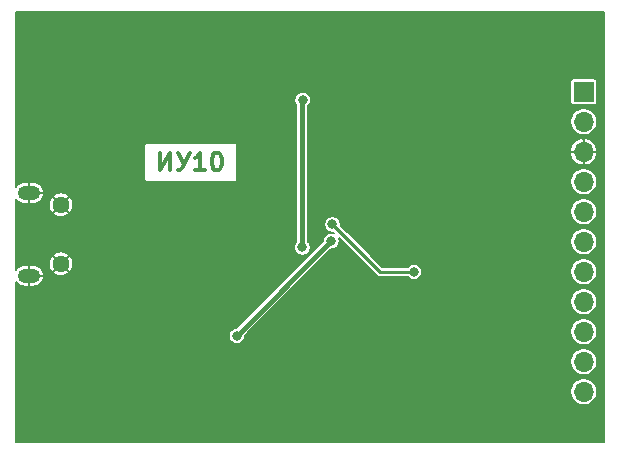
<source format=gbr>
%TF.GenerationSoftware,KiCad,Pcbnew,(5.1.8)-1*%
%TF.CreationDate,2020-12-04T21:04:29+03:00*%
%TF.ProjectId,InterfaceG850,496e7465-7266-4616-9365-473835302e6b,rev?*%
%TF.SameCoordinates,Original*%
%TF.FileFunction,Copper,L2,Bot*%
%TF.FilePolarity,Positive*%
%FSLAX46Y46*%
G04 Gerber Fmt 4.6, Leading zero omitted, Abs format (unit mm)*
G04 Created by KiCad (PCBNEW (5.1.8)-1) date 2020-12-04 21:04:29*
%MOMM*%
%LPD*%
G01*
G04 APERTURE LIST*
%TA.AperFunction,NonConductor*%
%ADD10C,0.300000*%
%TD*%
%TA.AperFunction,ComponentPad*%
%ADD11O,1.700000X1.700000*%
%TD*%
%TA.AperFunction,ComponentPad*%
%ADD12R,1.700000X1.700000*%
%TD*%
%TA.AperFunction,ComponentPad*%
%ADD13O,1.900000X1.200000*%
%TD*%
%TA.AperFunction,ComponentPad*%
%ADD14C,1.450000*%
%TD*%
%TA.AperFunction,ViaPad*%
%ADD15C,0.600000*%
%TD*%
%TA.AperFunction,ViaPad*%
%ADD16C,0.800000*%
%TD*%
%TA.AperFunction,Conductor*%
%ADD17C,0.400000*%
%TD*%
%TA.AperFunction,Conductor*%
%ADD18C,0.250000*%
%TD*%
%TA.AperFunction,Conductor*%
%ADD19C,0.200000*%
%TD*%
%TA.AperFunction,Conductor*%
%ADD20C,0.100000*%
%TD*%
G04 APERTURE END LIST*
D10*
X116549491Y-68647571D02*
X116549491Y-70147571D01*
X117406634Y-68647571D01*
X117406634Y-70147571D01*
X118049491Y-68647571D02*
X118549491Y-69647571D01*
X119049491Y-68647571D02*
X118406634Y-69933285D01*
X118263777Y-70076142D01*
X118120920Y-70147571D01*
X118049491Y-70147571D01*
X120335205Y-70147571D02*
X119478062Y-70147571D01*
X119906634Y-70147571D02*
X119906634Y-68647571D01*
X119763777Y-68861857D01*
X119620920Y-69004714D01*
X119478062Y-69076142D01*
X121263777Y-68647571D02*
X121406634Y-68647571D01*
X121549491Y-68719000D01*
X121620920Y-68790428D01*
X121692348Y-68933285D01*
X121763777Y-69219000D01*
X121763777Y-69576142D01*
X121692348Y-69861857D01*
X121620920Y-70004714D01*
X121549491Y-70076142D01*
X121406634Y-70147571D01*
X121263777Y-70147571D01*
X121120920Y-70076142D01*
X121049491Y-70004714D01*
X120978062Y-69861857D01*
X120906634Y-69576142D01*
X120906634Y-69219000D01*
X120978062Y-68933285D01*
X121049491Y-68790428D01*
X121120920Y-68719000D01*
X121263777Y-68647571D01*
D11*
%TO.P,J2,11*%
%TO.N,Net-(J2-Pad11)*%
X152400000Y-88900000D03*
%TO.P,J2,10*%
%TO.N,Net-(J2-Pad10)*%
X152400000Y-86360000D03*
%TO.P,J2,9*%
%TO.N,CTSCalc*%
X152400000Y-83820000D03*
%TO.P,J2,8*%
%TO.N,Net-(J2-Pad8)*%
X152400000Y-81280000D03*
%TO.P,J2,7*%
%TO.N,TXDCalc*%
X152400000Y-78740000D03*
%TO.P,J2,6*%
%TO.N,RXDCalc*%
X152400000Y-76200000D03*
%TO.P,J2,5*%
%TO.N,Net-(J2-Pad5)*%
X152400000Y-73660000D03*
%TO.P,J2,4*%
%TO.N,RTSCalc*%
X152400000Y-71120000D03*
%TO.P,J2,3*%
%TO.N,GND*%
X152400000Y-68580000D03*
%TO.P,J2,2*%
%TO.N,VCCCalc*%
X152400000Y-66040000D03*
D12*
%TO.P,J2,1*%
%TO.N,Net-(J2-Pad1)*%
X152400000Y-63500000D03*
%TD*%
D13*
%TO.P,J1,6*%
%TO.N,GND*%
X105442500Y-79062460D03*
X105442500Y-72062460D03*
D14*
X108142500Y-78062460D03*
X108142500Y-73062460D03*
%TD*%
D15*
%TO.N,GND*%
X111348520Y-73380600D03*
X112542320Y-73355200D03*
X113837720Y-73329800D03*
X110662720Y-75514200D03*
X112389920Y-75539600D03*
X113710720Y-75565000D03*
X115564920Y-72313800D03*
X117749320Y-72313800D03*
X115514120Y-78206600D03*
X117800120Y-78308200D03*
X119476520Y-76784200D03*
X121635520Y-76784200D03*
X119451120Y-73406000D03*
X121635520Y-73380600D03*
X123845320Y-74244200D03*
X124937520Y-75844400D03*
X123388120Y-78206600D03*
X119882920Y-84124800D03*
X125369320Y-83591400D03*
X126563120Y-87452200D03*
X130296920Y-87426800D03*
X134056120Y-87274400D03*
X125420120Y-89814400D03*
X133141720Y-81051400D03*
X139085320Y-80670400D03*
X143555720Y-82016600D03*
X149397720Y-81915000D03*
X149753320Y-77673200D03*
X143657320Y-77647800D03*
X137561320Y-75946000D03*
X137434320Y-70637400D03*
X143530320Y-73507600D03*
X149219920Y-72720200D03*
X139974320Y-67665600D03*
X144089120Y-68122800D03*
X148102320Y-67894200D03*
X130947160Y-65986660D03*
X133040120Y-69672200D03*
X125674120Y-68173600D03*
X132717540Y-65973960D03*
X134414260Y-66029840D03*
X135580120Y-66042540D03*
X138049000Y-66735960D03*
X105150920Y-57023000D03*
X107690920Y-57023000D03*
X110230920Y-57023000D03*
X112770920Y-57023000D03*
X115310920Y-57023000D03*
X117850920Y-57023000D03*
X120390920Y-57023000D03*
X122930920Y-57023000D03*
X125470920Y-57023000D03*
X128010920Y-57023000D03*
X130550920Y-57023000D03*
X133090920Y-57023000D03*
X135630920Y-57023000D03*
X143250920Y-57023000D03*
X145790920Y-57023000D03*
X148330920Y-57023000D03*
X150870920Y-57023000D03*
X153410920Y-57023000D03*
X153410920Y-59563000D03*
X105150920Y-59563000D03*
X105150920Y-62103000D03*
X105150920Y-64643000D03*
X105150920Y-67183000D03*
X105150920Y-69723000D03*
X105150920Y-82423000D03*
X105150920Y-84963000D03*
X105150920Y-87503000D03*
X105150920Y-90043000D03*
X105150920Y-92583000D03*
X107690920Y-92583000D03*
X110230920Y-92583000D03*
X112770920Y-92583000D03*
X115310920Y-92583000D03*
X117850920Y-92583000D03*
X120390920Y-92583000D03*
X122930920Y-92583000D03*
X125470920Y-92583000D03*
X128010920Y-92583000D03*
X130550920Y-92583000D03*
X133090920Y-92583000D03*
X135630920Y-92583000D03*
X138170920Y-92583000D03*
X140710920Y-92583000D03*
X143250920Y-92583000D03*
X145790920Y-92583000D03*
X148330920Y-92583000D03*
X150870920Y-92583000D03*
X153410920Y-92583000D03*
D16*
%TO.N,+5V*%
X128572260Y-76674980D03*
X128603920Y-64204940D03*
%TO.N,VCCIO*%
X131028440Y-76136500D03*
X123029980Y-84178140D03*
%TO.N,Net-(R2-Pad2)*%
X131132580Y-74729340D03*
X138031220Y-78750160D03*
%TD*%
D17*
%TO.N,+5V*%
X128572260Y-76674980D02*
X128572260Y-64236600D01*
X128572260Y-64236600D02*
X128603920Y-64204940D01*
%TO.N,VCCIO*%
X123029980Y-84134960D02*
X123029980Y-84178140D01*
X131028440Y-76136500D02*
X123029980Y-84134960D01*
D18*
%TO.N,Net-(R2-Pad2)*%
X135153400Y-78750160D02*
X138031220Y-78750160D01*
X131132580Y-74729340D02*
X135153400Y-78750160D01*
%TD*%
D19*
%TO.N,GND*%
X154101920Y-93147000D02*
X104332920Y-93147000D01*
X104332920Y-88786735D01*
X151250000Y-88786735D01*
X151250000Y-89013265D01*
X151294194Y-89235443D01*
X151380884Y-89444729D01*
X151506737Y-89633082D01*
X151666918Y-89793263D01*
X151855271Y-89919116D01*
X152064557Y-90005806D01*
X152286735Y-90050000D01*
X152513265Y-90050000D01*
X152735443Y-90005806D01*
X152944729Y-89919116D01*
X153133082Y-89793263D01*
X153293263Y-89633082D01*
X153419116Y-89444729D01*
X153505806Y-89235443D01*
X153550000Y-89013265D01*
X153550000Y-88786735D01*
X153505806Y-88564557D01*
X153419116Y-88355271D01*
X153293263Y-88166918D01*
X153133082Y-88006737D01*
X152944729Y-87880884D01*
X152735443Y-87794194D01*
X152513265Y-87750000D01*
X152286735Y-87750000D01*
X152064557Y-87794194D01*
X151855271Y-87880884D01*
X151666918Y-88006737D01*
X151506737Y-88166918D01*
X151380884Y-88355271D01*
X151294194Y-88564557D01*
X151250000Y-88786735D01*
X104332920Y-88786735D01*
X104332920Y-86246735D01*
X151250000Y-86246735D01*
X151250000Y-86473265D01*
X151294194Y-86695443D01*
X151380884Y-86904729D01*
X151506737Y-87093082D01*
X151666918Y-87253263D01*
X151855271Y-87379116D01*
X152064557Y-87465806D01*
X152286735Y-87510000D01*
X152513265Y-87510000D01*
X152735443Y-87465806D01*
X152944729Y-87379116D01*
X153133082Y-87253263D01*
X153293263Y-87093082D01*
X153419116Y-86904729D01*
X153505806Y-86695443D01*
X153550000Y-86473265D01*
X153550000Y-86246735D01*
X153505806Y-86024557D01*
X153419116Y-85815271D01*
X153293263Y-85626918D01*
X153133082Y-85466737D01*
X152944729Y-85340884D01*
X152735443Y-85254194D01*
X152513265Y-85210000D01*
X152286735Y-85210000D01*
X152064557Y-85254194D01*
X151855271Y-85340884D01*
X151666918Y-85466737D01*
X151506737Y-85626918D01*
X151380884Y-85815271D01*
X151294194Y-86024557D01*
X151250000Y-86246735D01*
X104332920Y-86246735D01*
X104332920Y-84109196D01*
X122329980Y-84109196D01*
X122329980Y-84247084D01*
X122356881Y-84382322D01*
X122409648Y-84509714D01*
X122486254Y-84624364D01*
X122583756Y-84721866D01*
X122698406Y-84798472D01*
X122825798Y-84851239D01*
X122961036Y-84878140D01*
X123098924Y-84878140D01*
X123234162Y-84851239D01*
X123361554Y-84798472D01*
X123476204Y-84721866D01*
X123573706Y-84624364D01*
X123650312Y-84509714D01*
X123703079Y-84382322D01*
X123729980Y-84247084D01*
X123729980Y-84142065D01*
X124165310Y-83706735D01*
X151250000Y-83706735D01*
X151250000Y-83933265D01*
X151294194Y-84155443D01*
X151380884Y-84364729D01*
X151506737Y-84553082D01*
X151666918Y-84713263D01*
X151855271Y-84839116D01*
X152064557Y-84925806D01*
X152286735Y-84970000D01*
X152513265Y-84970000D01*
X152735443Y-84925806D01*
X152944729Y-84839116D01*
X153133082Y-84713263D01*
X153293263Y-84553082D01*
X153419116Y-84364729D01*
X153505806Y-84155443D01*
X153550000Y-83933265D01*
X153550000Y-83706735D01*
X153505806Y-83484557D01*
X153419116Y-83275271D01*
X153293263Y-83086918D01*
X153133082Y-82926737D01*
X152944729Y-82800884D01*
X152735443Y-82714194D01*
X152513265Y-82670000D01*
X152286735Y-82670000D01*
X152064557Y-82714194D01*
X151855271Y-82800884D01*
X151666918Y-82926737D01*
X151506737Y-83086918D01*
X151380884Y-83275271D01*
X151294194Y-83484557D01*
X151250000Y-83706735D01*
X124165310Y-83706735D01*
X126705310Y-81166735D01*
X151250000Y-81166735D01*
X151250000Y-81393265D01*
X151294194Y-81615443D01*
X151380884Y-81824729D01*
X151506737Y-82013082D01*
X151666918Y-82173263D01*
X151855271Y-82299116D01*
X152064557Y-82385806D01*
X152286735Y-82430000D01*
X152513265Y-82430000D01*
X152735443Y-82385806D01*
X152944729Y-82299116D01*
X153133082Y-82173263D01*
X153293263Y-82013082D01*
X153419116Y-81824729D01*
X153505806Y-81615443D01*
X153550000Y-81393265D01*
X153550000Y-81166735D01*
X153505806Y-80944557D01*
X153419116Y-80735271D01*
X153293263Y-80546918D01*
X153133082Y-80386737D01*
X152944729Y-80260884D01*
X152735443Y-80174194D01*
X152513265Y-80130000D01*
X152286735Y-80130000D01*
X152064557Y-80174194D01*
X151855271Y-80260884D01*
X151666918Y-80386737D01*
X151506737Y-80546918D01*
X151380884Y-80735271D01*
X151294194Y-80944557D01*
X151250000Y-81166735D01*
X126705310Y-81166735D01*
X131035547Y-76836500D01*
X131097384Y-76836500D01*
X131232622Y-76809599D01*
X131360014Y-76756832D01*
X131474664Y-76680226D01*
X131572166Y-76582724D01*
X131648772Y-76468074D01*
X131701539Y-76340682D01*
X131728440Y-76205444D01*
X131728440Y-76067556D01*
X131701539Y-75932318D01*
X131678220Y-75876020D01*
X134838121Y-79035922D01*
X134851426Y-79052134D01*
X134916140Y-79105244D01*
X134989973Y-79144708D01*
X135045783Y-79161638D01*
X135070085Y-79169010D01*
X135078498Y-79169839D01*
X135132526Y-79175160D01*
X135132532Y-79175160D01*
X135153399Y-79177215D01*
X135174266Y-79175160D01*
X137473313Y-79175160D01*
X137487494Y-79196384D01*
X137584996Y-79293886D01*
X137699646Y-79370492D01*
X137827038Y-79423259D01*
X137962276Y-79450160D01*
X138100164Y-79450160D01*
X138235402Y-79423259D01*
X138362794Y-79370492D01*
X138477444Y-79293886D01*
X138574946Y-79196384D01*
X138651552Y-79081734D01*
X138704319Y-78954342D01*
X138731220Y-78819104D01*
X138731220Y-78681216D01*
X138720383Y-78626735D01*
X151250000Y-78626735D01*
X151250000Y-78853265D01*
X151294194Y-79075443D01*
X151380884Y-79284729D01*
X151506737Y-79473082D01*
X151666918Y-79633263D01*
X151855271Y-79759116D01*
X152064557Y-79845806D01*
X152286735Y-79890000D01*
X152513265Y-79890000D01*
X152735443Y-79845806D01*
X152944729Y-79759116D01*
X153133082Y-79633263D01*
X153293263Y-79473082D01*
X153419116Y-79284729D01*
X153505806Y-79075443D01*
X153550000Y-78853265D01*
X153550000Y-78626735D01*
X153505806Y-78404557D01*
X153419116Y-78195271D01*
X153293263Y-78006918D01*
X153133082Y-77846737D01*
X152944729Y-77720884D01*
X152735443Y-77634194D01*
X152513265Y-77590000D01*
X152286735Y-77590000D01*
X152064557Y-77634194D01*
X151855271Y-77720884D01*
X151666918Y-77846737D01*
X151506737Y-78006918D01*
X151380884Y-78195271D01*
X151294194Y-78404557D01*
X151250000Y-78626735D01*
X138720383Y-78626735D01*
X138704319Y-78545978D01*
X138651552Y-78418586D01*
X138574946Y-78303936D01*
X138477444Y-78206434D01*
X138362794Y-78129828D01*
X138235402Y-78077061D01*
X138100164Y-78050160D01*
X137962276Y-78050160D01*
X137827038Y-78077061D01*
X137699646Y-78129828D01*
X137584996Y-78206434D01*
X137487494Y-78303936D01*
X137473313Y-78325160D01*
X135329441Y-78325160D01*
X133091016Y-76086735D01*
X151250000Y-76086735D01*
X151250000Y-76313265D01*
X151294194Y-76535443D01*
X151380884Y-76744729D01*
X151506737Y-76933082D01*
X151666918Y-77093263D01*
X151855271Y-77219116D01*
X152064557Y-77305806D01*
X152286735Y-77350000D01*
X152513265Y-77350000D01*
X152735443Y-77305806D01*
X152944729Y-77219116D01*
X153133082Y-77093263D01*
X153293263Y-76933082D01*
X153419116Y-76744729D01*
X153505806Y-76535443D01*
X153550000Y-76313265D01*
X153550000Y-76086735D01*
X153505806Y-75864557D01*
X153419116Y-75655271D01*
X153293263Y-75466918D01*
X153133082Y-75306737D01*
X152944729Y-75180884D01*
X152735443Y-75094194D01*
X152513265Y-75050000D01*
X152286735Y-75050000D01*
X152064557Y-75094194D01*
X151855271Y-75180884D01*
X151666918Y-75306737D01*
X151506737Y-75466918D01*
X151380884Y-75655271D01*
X151294194Y-75864557D01*
X151250000Y-76086735D01*
X133091016Y-76086735D01*
X131827600Y-74823320D01*
X131832580Y-74798284D01*
X131832580Y-74660396D01*
X131805679Y-74525158D01*
X131752912Y-74397766D01*
X131676306Y-74283116D01*
X131578804Y-74185614D01*
X131464154Y-74109008D01*
X131336762Y-74056241D01*
X131201524Y-74029340D01*
X131063636Y-74029340D01*
X130928398Y-74056241D01*
X130801006Y-74109008D01*
X130686356Y-74185614D01*
X130588854Y-74283116D01*
X130512248Y-74397766D01*
X130459481Y-74525158D01*
X130432580Y-74660396D01*
X130432580Y-74798284D01*
X130459481Y-74933522D01*
X130512248Y-75060914D01*
X130588854Y-75175564D01*
X130686356Y-75273066D01*
X130801006Y-75349672D01*
X130928398Y-75402439D01*
X131063636Y-75429340D01*
X131201524Y-75429340D01*
X131226560Y-75424360D01*
X131288920Y-75486720D01*
X131232622Y-75463401D01*
X131097384Y-75436500D01*
X130959496Y-75436500D01*
X130824258Y-75463401D01*
X130696866Y-75516168D01*
X130582216Y-75592774D01*
X130484714Y-75690276D01*
X130408108Y-75804926D01*
X130355341Y-75932318D01*
X130328440Y-76067556D01*
X130328440Y-76129393D01*
X122979695Y-83478140D01*
X122961036Y-83478140D01*
X122825798Y-83505041D01*
X122698406Y-83557808D01*
X122583756Y-83634414D01*
X122486254Y-83731916D01*
X122409648Y-83846566D01*
X122356881Y-83973958D01*
X122329980Y-84109196D01*
X104332920Y-84109196D01*
X104332920Y-79578887D01*
X104434890Y-79705928D01*
X104573060Y-79821857D01*
X104731192Y-79908603D01*
X104903209Y-79962832D01*
X105082500Y-79982460D01*
X105432500Y-79982460D01*
X105432500Y-79072460D01*
X105452500Y-79072460D01*
X105452500Y-79982460D01*
X105802500Y-79982460D01*
X105981791Y-79962832D01*
X106153808Y-79908603D01*
X106311940Y-79821857D01*
X106450110Y-79705928D01*
X106563009Y-79565271D01*
X106646297Y-79405291D01*
X106696775Y-79232136D01*
X106699556Y-79216248D01*
X106632440Y-79072460D01*
X105452500Y-79072460D01*
X105432500Y-79072460D01*
X105412500Y-79072460D01*
X105412500Y-79052460D01*
X105432500Y-79052460D01*
X105432500Y-78142460D01*
X105452500Y-78142460D01*
X105452500Y-79052460D01*
X106632440Y-79052460D01*
X106699556Y-78908672D01*
X106696775Y-78892784D01*
X106656733Y-78755427D01*
X107463675Y-78755427D01*
X107533411Y-78917812D01*
X107711985Y-79020204D01*
X107907103Y-79085790D01*
X108111268Y-79112050D01*
X108316633Y-79097976D01*
X108515306Y-79044107D01*
X108699653Y-78952514D01*
X108751589Y-78917812D01*
X108821325Y-78755427D01*
X108142500Y-78076602D01*
X107463675Y-78755427D01*
X106656733Y-78755427D01*
X106646297Y-78719629D01*
X106563009Y-78559649D01*
X106450110Y-78418992D01*
X106311940Y-78303063D01*
X106153808Y-78216317D01*
X105981791Y-78162088D01*
X105802500Y-78142460D01*
X105452500Y-78142460D01*
X105432500Y-78142460D01*
X105082500Y-78142460D01*
X104903209Y-78162088D01*
X104731192Y-78216317D01*
X104573060Y-78303063D01*
X104434890Y-78418992D01*
X104332920Y-78546033D01*
X104332920Y-78031228D01*
X107092910Y-78031228D01*
X107106984Y-78236593D01*
X107160853Y-78435266D01*
X107252446Y-78619613D01*
X107287148Y-78671549D01*
X107449533Y-78741285D01*
X108128358Y-78062460D01*
X108156642Y-78062460D01*
X108835467Y-78741285D01*
X108997852Y-78671549D01*
X109100244Y-78492975D01*
X109165830Y-78297857D01*
X109192090Y-78093692D01*
X109178016Y-77888327D01*
X109124147Y-77689654D01*
X109032554Y-77505307D01*
X108997852Y-77453371D01*
X108835467Y-77383635D01*
X108156642Y-78062460D01*
X108128358Y-78062460D01*
X107449533Y-77383635D01*
X107287148Y-77453371D01*
X107184756Y-77631945D01*
X107119170Y-77827063D01*
X107092910Y-78031228D01*
X104332920Y-78031228D01*
X104332920Y-77369493D01*
X107463675Y-77369493D01*
X108142500Y-78048318D01*
X108821325Y-77369493D01*
X108751589Y-77207108D01*
X108573015Y-77104716D01*
X108377897Y-77039130D01*
X108173732Y-77012870D01*
X107968367Y-77026944D01*
X107769694Y-77080813D01*
X107585347Y-77172406D01*
X107533411Y-77207108D01*
X107463675Y-77369493D01*
X104332920Y-77369493D01*
X104332920Y-76606036D01*
X127872260Y-76606036D01*
X127872260Y-76743924D01*
X127899161Y-76879162D01*
X127951928Y-77006554D01*
X128028534Y-77121204D01*
X128126036Y-77218706D01*
X128240686Y-77295312D01*
X128368078Y-77348079D01*
X128503316Y-77374980D01*
X128641204Y-77374980D01*
X128776442Y-77348079D01*
X128903834Y-77295312D01*
X129018484Y-77218706D01*
X129115986Y-77121204D01*
X129192592Y-77006554D01*
X129245359Y-76879162D01*
X129272260Y-76743924D01*
X129272260Y-76606036D01*
X129245359Y-76470798D01*
X129192592Y-76343406D01*
X129115986Y-76228756D01*
X129072260Y-76185030D01*
X129072260Y-73546735D01*
X151250000Y-73546735D01*
X151250000Y-73773265D01*
X151294194Y-73995443D01*
X151380884Y-74204729D01*
X151506737Y-74393082D01*
X151666918Y-74553263D01*
X151855271Y-74679116D01*
X152064557Y-74765806D01*
X152286735Y-74810000D01*
X152513265Y-74810000D01*
X152735443Y-74765806D01*
X152944729Y-74679116D01*
X153133082Y-74553263D01*
X153293263Y-74393082D01*
X153419116Y-74204729D01*
X153505806Y-73995443D01*
X153550000Y-73773265D01*
X153550000Y-73546735D01*
X153505806Y-73324557D01*
X153419116Y-73115271D01*
X153293263Y-72926918D01*
X153133082Y-72766737D01*
X152944729Y-72640884D01*
X152735443Y-72554194D01*
X152513265Y-72510000D01*
X152286735Y-72510000D01*
X152064557Y-72554194D01*
X151855271Y-72640884D01*
X151666918Y-72766737D01*
X151506737Y-72926918D01*
X151380884Y-73115271D01*
X151294194Y-73324557D01*
X151250000Y-73546735D01*
X129072260Y-73546735D01*
X129072260Y-71006735D01*
X151250000Y-71006735D01*
X151250000Y-71233265D01*
X151294194Y-71455443D01*
X151380884Y-71664729D01*
X151506737Y-71853082D01*
X151666918Y-72013263D01*
X151855271Y-72139116D01*
X152064557Y-72225806D01*
X152286735Y-72270000D01*
X152513265Y-72270000D01*
X152735443Y-72225806D01*
X152944729Y-72139116D01*
X153133082Y-72013263D01*
X153293263Y-71853082D01*
X153419116Y-71664729D01*
X153505806Y-71455443D01*
X153550000Y-71233265D01*
X153550000Y-71006735D01*
X153505806Y-70784557D01*
X153419116Y-70575271D01*
X153293263Y-70386918D01*
X153133082Y-70226737D01*
X152944729Y-70100884D01*
X152735443Y-70014194D01*
X152513265Y-69970000D01*
X152286735Y-69970000D01*
X152064557Y-70014194D01*
X151855271Y-70100884D01*
X151666918Y-70226737D01*
X151506737Y-70386918D01*
X151380884Y-70575271D01*
X151294194Y-70784557D01*
X151250000Y-71006735D01*
X129072260Y-71006735D01*
X129072260Y-68772898D01*
X151246011Y-68772898D01*
X151260033Y-68843397D01*
X151333323Y-69060733D01*
X151447605Y-69259594D01*
X151598487Y-69432339D01*
X151780171Y-69572329D01*
X151985675Y-69674184D01*
X152207101Y-69733990D01*
X152390000Y-69669958D01*
X152390000Y-68590000D01*
X152410000Y-68590000D01*
X152410000Y-69669958D01*
X152592899Y-69733990D01*
X152814325Y-69674184D01*
X153019829Y-69572329D01*
X153201513Y-69432339D01*
X153352395Y-69259594D01*
X153466677Y-69060733D01*
X153539967Y-68843397D01*
X153553989Y-68772898D01*
X153489954Y-68590000D01*
X152410000Y-68590000D01*
X152390000Y-68590000D01*
X151310046Y-68590000D01*
X151246011Y-68772898D01*
X129072260Y-68772898D01*
X129072260Y-68387102D01*
X151246011Y-68387102D01*
X151310046Y-68570000D01*
X152390000Y-68570000D01*
X152390000Y-67490042D01*
X152410000Y-67490042D01*
X152410000Y-68570000D01*
X153489954Y-68570000D01*
X153553989Y-68387102D01*
X153539967Y-68316603D01*
X153466677Y-68099267D01*
X153352395Y-67900406D01*
X153201513Y-67727661D01*
X153019829Y-67587671D01*
X152814325Y-67485816D01*
X152592899Y-67426010D01*
X152410000Y-67490042D01*
X152390000Y-67490042D01*
X152207101Y-67426010D01*
X151985675Y-67485816D01*
X151780171Y-67587671D01*
X151598487Y-67727661D01*
X151447605Y-67900406D01*
X151333323Y-68099267D01*
X151260033Y-68316603D01*
X151246011Y-68387102D01*
X129072260Y-68387102D01*
X129072260Y-65926735D01*
X151250000Y-65926735D01*
X151250000Y-66153265D01*
X151294194Y-66375443D01*
X151380884Y-66584729D01*
X151506737Y-66773082D01*
X151666918Y-66933263D01*
X151855271Y-67059116D01*
X152064557Y-67145806D01*
X152286735Y-67190000D01*
X152513265Y-67190000D01*
X152735443Y-67145806D01*
X152944729Y-67059116D01*
X153133082Y-66933263D01*
X153293263Y-66773082D01*
X153419116Y-66584729D01*
X153505806Y-66375443D01*
X153550000Y-66153265D01*
X153550000Y-65926735D01*
X153505806Y-65704557D01*
X153419116Y-65495271D01*
X153293263Y-65306918D01*
X153133082Y-65146737D01*
X152944729Y-65020884D01*
X152735443Y-64934194D01*
X152513265Y-64890000D01*
X152286735Y-64890000D01*
X152064557Y-64934194D01*
X151855271Y-65020884D01*
X151666918Y-65146737D01*
X151506737Y-65306918D01*
X151380884Y-65495271D01*
X151294194Y-65704557D01*
X151250000Y-65926735D01*
X129072260Y-65926735D01*
X129072260Y-64726550D01*
X129147646Y-64651164D01*
X129224252Y-64536514D01*
X129277019Y-64409122D01*
X129303920Y-64273884D01*
X129303920Y-64135996D01*
X129277019Y-64000758D01*
X129224252Y-63873366D01*
X129147646Y-63758716D01*
X129050144Y-63661214D01*
X128935494Y-63584608D01*
X128808102Y-63531841D01*
X128672864Y-63504940D01*
X128534976Y-63504940D01*
X128399738Y-63531841D01*
X128272346Y-63584608D01*
X128157696Y-63661214D01*
X128060194Y-63758716D01*
X127983588Y-63873366D01*
X127930821Y-64000758D01*
X127903920Y-64135996D01*
X127903920Y-64273884D01*
X127930821Y-64409122D01*
X127983588Y-64536514D01*
X128060194Y-64651164D01*
X128072261Y-64663231D01*
X128072260Y-76185030D01*
X128028534Y-76228756D01*
X127951928Y-76343406D01*
X127899161Y-76470798D01*
X127872260Y-76606036D01*
X104332920Y-76606036D01*
X104332920Y-73755427D01*
X107463675Y-73755427D01*
X107533411Y-73917812D01*
X107711985Y-74020204D01*
X107907103Y-74085790D01*
X108111268Y-74112050D01*
X108316633Y-74097976D01*
X108515306Y-74044107D01*
X108699653Y-73952514D01*
X108751589Y-73917812D01*
X108821325Y-73755427D01*
X108142500Y-73076602D01*
X107463675Y-73755427D01*
X104332920Y-73755427D01*
X104332920Y-73031228D01*
X107092910Y-73031228D01*
X107106984Y-73236593D01*
X107160853Y-73435266D01*
X107252446Y-73619613D01*
X107287148Y-73671549D01*
X107449533Y-73741285D01*
X108128358Y-73062460D01*
X108156642Y-73062460D01*
X108835467Y-73741285D01*
X108997852Y-73671549D01*
X109100244Y-73492975D01*
X109165830Y-73297857D01*
X109192090Y-73093692D01*
X109178016Y-72888327D01*
X109124147Y-72689654D01*
X109032554Y-72505307D01*
X108997852Y-72453371D01*
X108835467Y-72383635D01*
X108156642Y-73062460D01*
X108128358Y-73062460D01*
X107449533Y-72383635D01*
X107287148Y-72453371D01*
X107184756Y-72631945D01*
X107119170Y-72827063D01*
X107092910Y-73031228D01*
X104332920Y-73031228D01*
X104332920Y-72578887D01*
X104434890Y-72705928D01*
X104573060Y-72821857D01*
X104731192Y-72908603D01*
X104903209Y-72962832D01*
X105082500Y-72982460D01*
X105432500Y-72982460D01*
X105432500Y-72072460D01*
X105452500Y-72072460D01*
X105452500Y-72982460D01*
X105802500Y-72982460D01*
X105981791Y-72962832D01*
X106153808Y-72908603D01*
X106311940Y-72821857D01*
X106450110Y-72705928D01*
X106563009Y-72565271D01*
X106646297Y-72405291D01*
X106656732Y-72369493D01*
X107463675Y-72369493D01*
X108142500Y-73048318D01*
X108821325Y-72369493D01*
X108751589Y-72207108D01*
X108573015Y-72104716D01*
X108377897Y-72039130D01*
X108173732Y-72012870D01*
X107968367Y-72026944D01*
X107769694Y-72080813D01*
X107585347Y-72172406D01*
X107533411Y-72207108D01*
X107463675Y-72369493D01*
X106656732Y-72369493D01*
X106696775Y-72232136D01*
X106699556Y-72216248D01*
X106632440Y-72072460D01*
X105452500Y-72072460D01*
X105432500Y-72072460D01*
X105412500Y-72072460D01*
X105412500Y-72052460D01*
X105432500Y-72052460D01*
X105432500Y-71142460D01*
X105452500Y-71142460D01*
X105452500Y-72052460D01*
X106632440Y-72052460D01*
X106699556Y-71908672D01*
X106696775Y-71892784D01*
X106646297Y-71719629D01*
X106563009Y-71559649D01*
X106450110Y-71418992D01*
X106311940Y-71303063D01*
X106153808Y-71216317D01*
X105981791Y-71162088D01*
X105802500Y-71142460D01*
X105452500Y-71142460D01*
X105432500Y-71142460D01*
X105082500Y-71142460D01*
X104903209Y-71162088D01*
X104731192Y-71216317D01*
X104573060Y-71303063D01*
X104434890Y-71418992D01*
X104332920Y-71546033D01*
X104332920Y-67945000D01*
X115210920Y-67945000D01*
X115210920Y-70993000D01*
X115212841Y-71012509D01*
X115218532Y-71031268D01*
X115227773Y-71048557D01*
X115240209Y-71063711D01*
X115255363Y-71076147D01*
X115272652Y-71085388D01*
X115291411Y-71091079D01*
X115310920Y-71093000D01*
X115742349Y-71093000D01*
X115742349Y-71164000D01*
X122499492Y-71164000D01*
X122499492Y-71093000D01*
X122930920Y-71093000D01*
X122950429Y-71091079D01*
X122969188Y-71085388D01*
X122986477Y-71076147D01*
X123001631Y-71063711D01*
X123014067Y-71048557D01*
X123023308Y-71031268D01*
X123028999Y-71012509D01*
X123030920Y-70993000D01*
X123030920Y-67945000D01*
X123028999Y-67925491D01*
X123023308Y-67906732D01*
X123014067Y-67889443D01*
X123001631Y-67874289D01*
X122986477Y-67861853D01*
X122969188Y-67852612D01*
X122950429Y-67846921D01*
X122930920Y-67845000D01*
X115310920Y-67845000D01*
X115291411Y-67846921D01*
X115272652Y-67852612D01*
X115255363Y-67861853D01*
X115240209Y-67874289D01*
X115227773Y-67889443D01*
X115218532Y-67906732D01*
X115212841Y-67925491D01*
X115210920Y-67945000D01*
X104332920Y-67945000D01*
X104332920Y-62650000D01*
X151248549Y-62650000D01*
X151248549Y-64350000D01*
X151254341Y-64408810D01*
X151271496Y-64465360D01*
X151299353Y-64517477D01*
X151336842Y-64563158D01*
X151382523Y-64600647D01*
X151434640Y-64628504D01*
X151491190Y-64645659D01*
X151550000Y-64651451D01*
X153250000Y-64651451D01*
X153308810Y-64645659D01*
X153365360Y-64628504D01*
X153417477Y-64600647D01*
X153463158Y-64563158D01*
X153500647Y-64517477D01*
X153528504Y-64465360D01*
X153545659Y-64408810D01*
X153551451Y-64350000D01*
X153551451Y-62650000D01*
X153545659Y-62591190D01*
X153528504Y-62534640D01*
X153500647Y-62482523D01*
X153463158Y-62436842D01*
X153417477Y-62399353D01*
X153365360Y-62371496D01*
X153308810Y-62354341D01*
X153250000Y-62348549D01*
X151550000Y-62348549D01*
X151491190Y-62354341D01*
X151434640Y-62371496D01*
X151382523Y-62399353D01*
X151336842Y-62436842D01*
X151299353Y-62482523D01*
X151271496Y-62534640D01*
X151254341Y-62591190D01*
X151248549Y-62650000D01*
X104332920Y-62650000D01*
X104332920Y-56713000D01*
X154101921Y-56713000D01*
X154101920Y-93147000D01*
%TA.AperFunction,Conductor*%
D20*
G36*
X154101920Y-93147000D02*
G01*
X104332920Y-93147000D01*
X104332920Y-88786735D01*
X151250000Y-88786735D01*
X151250000Y-89013265D01*
X151294194Y-89235443D01*
X151380884Y-89444729D01*
X151506737Y-89633082D01*
X151666918Y-89793263D01*
X151855271Y-89919116D01*
X152064557Y-90005806D01*
X152286735Y-90050000D01*
X152513265Y-90050000D01*
X152735443Y-90005806D01*
X152944729Y-89919116D01*
X153133082Y-89793263D01*
X153293263Y-89633082D01*
X153419116Y-89444729D01*
X153505806Y-89235443D01*
X153550000Y-89013265D01*
X153550000Y-88786735D01*
X153505806Y-88564557D01*
X153419116Y-88355271D01*
X153293263Y-88166918D01*
X153133082Y-88006737D01*
X152944729Y-87880884D01*
X152735443Y-87794194D01*
X152513265Y-87750000D01*
X152286735Y-87750000D01*
X152064557Y-87794194D01*
X151855271Y-87880884D01*
X151666918Y-88006737D01*
X151506737Y-88166918D01*
X151380884Y-88355271D01*
X151294194Y-88564557D01*
X151250000Y-88786735D01*
X104332920Y-88786735D01*
X104332920Y-86246735D01*
X151250000Y-86246735D01*
X151250000Y-86473265D01*
X151294194Y-86695443D01*
X151380884Y-86904729D01*
X151506737Y-87093082D01*
X151666918Y-87253263D01*
X151855271Y-87379116D01*
X152064557Y-87465806D01*
X152286735Y-87510000D01*
X152513265Y-87510000D01*
X152735443Y-87465806D01*
X152944729Y-87379116D01*
X153133082Y-87253263D01*
X153293263Y-87093082D01*
X153419116Y-86904729D01*
X153505806Y-86695443D01*
X153550000Y-86473265D01*
X153550000Y-86246735D01*
X153505806Y-86024557D01*
X153419116Y-85815271D01*
X153293263Y-85626918D01*
X153133082Y-85466737D01*
X152944729Y-85340884D01*
X152735443Y-85254194D01*
X152513265Y-85210000D01*
X152286735Y-85210000D01*
X152064557Y-85254194D01*
X151855271Y-85340884D01*
X151666918Y-85466737D01*
X151506737Y-85626918D01*
X151380884Y-85815271D01*
X151294194Y-86024557D01*
X151250000Y-86246735D01*
X104332920Y-86246735D01*
X104332920Y-84109196D01*
X122329980Y-84109196D01*
X122329980Y-84247084D01*
X122356881Y-84382322D01*
X122409648Y-84509714D01*
X122486254Y-84624364D01*
X122583756Y-84721866D01*
X122698406Y-84798472D01*
X122825798Y-84851239D01*
X122961036Y-84878140D01*
X123098924Y-84878140D01*
X123234162Y-84851239D01*
X123361554Y-84798472D01*
X123476204Y-84721866D01*
X123573706Y-84624364D01*
X123650312Y-84509714D01*
X123703079Y-84382322D01*
X123729980Y-84247084D01*
X123729980Y-84142065D01*
X124165310Y-83706735D01*
X151250000Y-83706735D01*
X151250000Y-83933265D01*
X151294194Y-84155443D01*
X151380884Y-84364729D01*
X151506737Y-84553082D01*
X151666918Y-84713263D01*
X151855271Y-84839116D01*
X152064557Y-84925806D01*
X152286735Y-84970000D01*
X152513265Y-84970000D01*
X152735443Y-84925806D01*
X152944729Y-84839116D01*
X153133082Y-84713263D01*
X153293263Y-84553082D01*
X153419116Y-84364729D01*
X153505806Y-84155443D01*
X153550000Y-83933265D01*
X153550000Y-83706735D01*
X153505806Y-83484557D01*
X153419116Y-83275271D01*
X153293263Y-83086918D01*
X153133082Y-82926737D01*
X152944729Y-82800884D01*
X152735443Y-82714194D01*
X152513265Y-82670000D01*
X152286735Y-82670000D01*
X152064557Y-82714194D01*
X151855271Y-82800884D01*
X151666918Y-82926737D01*
X151506737Y-83086918D01*
X151380884Y-83275271D01*
X151294194Y-83484557D01*
X151250000Y-83706735D01*
X124165310Y-83706735D01*
X126705310Y-81166735D01*
X151250000Y-81166735D01*
X151250000Y-81393265D01*
X151294194Y-81615443D01*
X151380884Y-81824729D01*
X151506737Y-82013082D01*
X151666918Y-82173263D01*
X151855271Y-82299116D01*
X152064557Y-82385806D01*
X152286735Y-82430000D01*
X152513265Y-82430000D01*
X152735443Y-82385806D01*
X152944729Y-82299116D01*
X153133082Y-82173263D01*
X153293263Y-82013082D01*
X153419116Y-81824729D01*
X153505806Y-81615443D01*
X153550000Y-81393265D01*
X153550000Y-81166735D01*
X153505806Y-80944557D01*
X153419116Y-80735271D01*
X153293263Y-80546918D01*
X153133082Y-80386737D01*
X152944729Y-80260884D01*
X152735443Y-80174194D01*
X152513265Y-80130000D01*
X152286735Y-80130000D01*
X152064557Y-80174194D01*
X151855271Y-80260884D01*
X151666918Y-80386737D01*
X151506737Y-80546918D01*
X151380884Y-80735271D01*
X151294194Y-80944557D01*
X151250000Y-81166735D01*
X126705310Y-81166735D01*
X131035547Y-76836500D01*
X131097384Y-76836500D01*
X131232622Y-76809599D01*
X131360014Y-76756832D01*
X131474664Y-76680226D01*
X131572166Y-76582724D01*
X131648772Y-76468074D01*
X131701539Y-76340682D01*
X131728440Y-76205444D01*
X131728440Y-76067556D01*
X131701539Y-75932318D01*
X131678220Y-75876020D01*
X134838121Y-79035922D01*
X134851426Y-79052134D01*
X134916140Y-79105244D01*
X134989973Y-79144708D01*
X135045783Y-79161638D01*
X135070085Y-79169010D01*
X135078498Y-79169839D01*
X135132526Y-79175160D01*
X135132532Y-79175160D01*
X135153399Y-79177215D01*
X135174266Y-79175160D01*
X137473313Y-79175160D01*
X137487494Y-79196384D01*
X137584996Y-79293886D01*
X137699646Y-79370492D01*
X137827038Y-79423259D01*
X137962276Y-79450160D01*
X138100164Y-79450160D01*
X138235402Y-79423259D01*
X138362794Y-79370492D01*
X138477444Y-79293886D01*
X138574946Y-79196384D01*
X138651552Y-79081734D01*
X138704319Y-78954342D01*
X138731220Y-78819104D01*
X138731220Y-78681216D01*
X138720383Y-78626735D01*
X151250000Y-78626735D01*
X151250000Y-78853265D01*
X151294194Y-79075443D01*
X151380884Y-79284729D01*
X151506737Y-79473082D01*
X151666918Y-79633263D01*
X151855271Y-79759116D01*
X152064557Y-79845806D01*
X152286735Y-79890000D01*
X152513265Y-79890000D01*
X152735443Y-79845806D01*
X152944729Y-79759116D01*
X153133082Y-79633263D01*
X153293263Y-79473082D01*
X153419116Y-79284729D01*
X153505806Y-79075443D01*
X153550000Y-78853265D01*
X153550000Y-78626735D01*
X153505806Y-78404557D01*
X153419116Y-78195271D01*
X153293263Y-78006918D01*
X153133082Y-77846737D01*
X152944729Y-77720884D01*
X152735443Y-77634194D01*
X152513265Y-77590000D01*
X152286735Y-77590000D01*
X152064557Y-77634194D01*
X151855271Y-77720884D01*
X151666918Y-77846737D01*
X151506737Y-78006918D01*
X151380884Y-78195271D01*
X151294194Y-78404557D01*
X151250000Y-78626735D01*
X138720383Y-78626735D01*
X138704319Y-78545978D01*
X138651552Y-78418586D01*
X138574946Y-78303936D01*
X138477444Y-78206434D01*
X138362794Y-78129828D01*
X138235402Y-78077061D01*
X138100164Y-78050160D01*
X137962276Y-78050160D01*
X137827038Y-78077061D01*
X137699646Y-78129828D01*
X137584996Y-78206434D01*
X137487494Y-78303936D01*
X137473313Y-78325160D01*
X135329441Y-78325160D01*
X133091016Y-76086735D01*
X151250000Y-76086735D01*
X151250000Y-76313265D01*
X151294194Y-76535443D01*
X151380884Y-76744729D01*
X151506737Y-76933082D01*
X151666918Y-77093263D01*
X151855271Y-77219116D01*
X152064557Y-77305806D01*
X152286735Y-77350000D01*
X152513265Y-77350000D01*
X152735443Y-77305806D01*
X152944729Y-77219116D01*
X153133082Y-77093263D01*
X153293263Y-76933082D01*
X153419116Y-76744729D01*
X153505806Y-76535443D01*
X153550000Y-76313265D01*
X153550000Y-76086735D01*
X153505806Y-75864557D01*
X153419116Y-75655271D01*
X153293263Y-75466918D01*
X153133082Y-75306737D01*
X152944729Y-75180884D01*
X152735443Y-75094194D01*
X152513265Y-75050000D01*
X152286735Y-75050000D01*
X152064557Y-75094194D01*
X151855271Y-75180884D01*
X151666918Y-75306737D01*
X151506737Y-75466918D01*
X151380884Y-75655271D01*
X151294194Y-75864557D01*
X151250000Y-76086735D01*
X133091016Y-76086735D01*
X131827600Y-74823320D01*
X131832580Y-74798284D01*
X131832580Y-74660396D01*
X131805679Y-74525158D01*
X131752912Y-74397766D01*
X131676306Y-74283116D01*
X131578804Y-74185614D01*
X131464154Y-74109008D01*
X131336762Y-74056241D01*
X131201524Y-74029340D01*
X131063636Y-74029340D01*
X130928398Y-74056241D01*
X130801006Y-74109008D01*
X130686356Y-74185614D01*
X130588854Y-74283116D01*
X130512248Y-74397766D01*
X130459481Y-74525158D01*
X130432580Y-74660396D01*
X130432580Y-74798284D01*
X130459481Y-74933522D01*
X130512248Y-75060914D01*
X130588854Y-75175564D01*
X130686356Y-75273066D01*
X130801006Y-75349672D01*
X130928398Y-75402439D01*
X131063636Y-75429340D01*
X131201524Y-75429340D01*
X131226560Y-75424360D01*
X131288920Y-75486720D01*
X131232622Y-75463401D01*
X131097384Y-75436500D01*
X130959496Y-75436500D01*
X130824258Y-75463401D01*
X130696866Y-75516168D01*
X130582216Y-75592774D01*
X130484714Y-75690276D01*
X130408108Y-75804926D01*
X130355341Y-75932318D01*
X130328440Y-76067556D01*
X130328440Y-76129393D01*
X122979695Y-83478140D01*
X122961036Y-83478140D01*
X122825798Y-83505041D01*
X122698406Y-83557808D01*
X122583756Y-83634414D01*
X122486254Y-83731916D01*
X122409648Y-83846566D01*
X122356881Y-83973958D01*
X122329980Y-84109196D01*
X104332920Y-84109196D01*
X104332920Y-79578887D01*
X104434890Y-79705928D01*
X104573060Y-79821857D01*
X104731192Y-79908603D01*
X104903209Y-79962832D01*
X105082500Y-79982460D01*
X105432500Y-79982460D01*
X105432500Y-79072460D01*
X105452500Y-79072460D01*
X105452500Y-79982460D01*
X105802500Y-79982460D01*
X105981791Y-79962832D01*
X106153808Y-79908603D01*
X106311940Y-79821857D01*
X106450110Y-79705928D01*
X106563009Y-79565271D01*
X106646297Y-79405291D01*
X106696775Y-79232136D01*
X106699556Y-79216248D01*
X106632440Y-79072460D01*
X105452500Y-79072460D01*
X105432500Y-79072460D01*
X105412500Y-79072460D01*
X105412500Y-79052460D01*
X105432500Y-79052460D01*
X105432500Y-78142460D01*
X105452500Y-78142460D01*
X105452500Y-79052460D01*
X106632440Y-79052460D01*
X106699556Y-78908672D01*
X106696775Y-78892784D01*
X106656733Y-78755427D01*
X107463675Y-78755427D01*
X107533411Y-78917812D01*
X107711985Y-79020204D01*
X107907103Y-79085790D01*
X108111268Y-79112050D01*
X108316633Y-79097976D01*
X108515306Y-79044107D01*
X108699653Y-78952514D01*
X108751589Y-78917812D01*
X108821325Y-78755427D01*
X108142500Y-78076602D01*
X107463675Y-78755427D01*
X106656733Y-78755427D01*
X106646297Y-78719629D01*
X106563009Y-78559649D01*
X106450110Y-78418992D01*
X106311940Y-78303063D01*
X106153808Y-78216317D01*
X105981791Y-78162088D01*
X105802500Y-78142460D01*
X105452500Y-78142460D01*
X105432500Y-78142460D01*
X105082500Y-78142460D01*
X104903209Y-78162088D01*
X104731192Y-78216317D01*
X104573060Y-78303063D01*
X104434890Y-78418992D01*
X104332920Y-78546033D01*
X104332920Y-78031228D01*
X107092910Y-78031228D01*
X107106984Y-78236593D01*
X107160853Y-78435266D01*
X107252446Y-78619613D01*
X107287148Y-78671549D01*
X107449533Y-78741285D01*
X108128358Y-78062460D01*
X108156642Y-78062460D01*
X108835467Y-78741285D01*
X108997852Y-78671549D01*
X109100244Y-78492975D01*
X109165830Y-78297857D01*
X109192090Y-78093692D01*
X109178016Y-77888327D01*
X109124147Y-77689654D01*
X109032554Y-77505307D01*
X108997852Y-77453371D01*
X108835467Y-77383635D01*
X108156642Y-78062460D01*
X108128358Y-78062460D01*
X107449533Y-77383635D01*
X107287148Y-77453371D01*
X107184756Y-77631945D01*
X107119170Y-77827063D01*
X107092910Y-78031228D01*
X104332920Y-78031228D01*
X104332920Y-77369493D01*
X107463675Y-77369493D01*
X108142500Y-78048318D01*
X108821325Y-77369493D01*
X108751589Y-77207108D01*
X108573015Y-77104716D01*
X108377897Y-77039130D01*
X108173732Y-77012870D01*
X107968367Y-77026944D01*
X107769694Y-77080813D01*
X107585347Y-77172406D01*
X107533411Y-77207108D01*
X107463675Y-77369493D01*
X104332920Y-77369493D01*
X104332920Y-76606036D01*
X127872260Y-76606036D01*
X127872260Y-76743924D01*
X127899161Y-76879162D01*
X127951928Y-77006554D01*
X128028534Y-77121204D01*
X128126036Y-77218706D01*
X128240686Y-77295312D01*
X128368078Y-77348079D01*
X128503316Y-77374980D01*
X128641204Y-77374980D01*
X128776442Y-77348079D01*
X128903834Y-77295312D01*
X129018484Y-77218706D01*
X129115986Y-77121204D01*
X129192592Y-77006554D01*
X129245359Y-76879162D01*
X129272260Y-76743924D01*
X129272260Y-76606036D01*
X129245359Y-76470798D01*
X129192592Y-76343406D01*
X129115986Y-76228756D01*
X129072260Y-76185030D01*
X129072260Y-73546735D01*
X151250000Y-73546735D01*
X151250000Y-73773265D01*
X151294194Y-73995443D01*
X151380884Y-74204729D01*
X151506737Y-74393082D01*
X151666918Y-74553263D01*
X151855271Y-74679116D01*
X152064557Y-74765806D01*
X152286735Y-74810000D01*
X152513265Y-74810000D01*
X152735443Y-74765806D01*
X152944729Y-74679116D01*
X153133082Y-74553263D01*
X153293263Y-74393082D01*
X153419116Y-74204729D01*
X153505806Y-73995443D01*
X153550000Y-73773265D01*
X153550000Y-73546735D01*
X153505806Y-73324557D01*
X153419116Y-73115271D01*
X153293263Y-72926918D01*
X153133082Y-72766737D01*
X152944729Y-72640884D01*
X152735443Y-72554194D01*
X152513265Y-72510000D01*
X152286735Y-72510000D01*
X152064557Y-72554194D01*
X151855271Y-72640884D01*
X151666918Y-72766737D01*
X151506737Y-72926918D01*
X151380884Y-73115271D01*
X151294194Y-73324557D01*
X151250000Y-73546735D01*
X129072260Y-73546735D01*
X129072260Y-71006735D01*
X151250000Y-71006735D01*
X151250000Y-71233265D01*
X151294194Y-71455443D01*
X151380884Y-71664729D01*
X151506737Y-71853082D01*
X151666918Y-72013263D01*
X151855271Y-72139116D01*
X152064557Y-72225806D01*
X152286735Y-72270000D01*
X152513265Y-72270000D01*
X152735443Y-72225806D01*
X152944729Y-72139116D01*
X153133082Y-72013263D01*
X153293263Y-71853082D01*
X153419116Y-71664729D01*
X153505806Y-71455443D01*
X153550000Y-71233265D01*
X153550000Y-71006735D01*
X153505806Y-70784557D01*
X153419116Y-70575271D01*
X153293263Y-70386918D01*
X153133082Y-70226737D01*
X152944729Y-70100884D01*
X152735443Y-70014194D01*
X152513265Y-69970000D01*
X152286735Y-69970000D01*
X152064557Y-70014194D01*
X151855271Y-70100884D01*
X151666918Y-70226737D01*
X151506737Y-70386918D01*
X151380884Y-70575271D01*
X151294194Y-70784557D01*
X151250000Y-71006735D01*
X129072260Y-71006735D01*
X129072260Y-68772898D01*
X151246011Y-68772898D01*
X151260033Y-68843397D01*
X151333323Y-69060733D01*
X151447605Y-69259594D01*
X151598487Y-69432339D01*
X151780171Y-69572329D01*
X151985675Y-69674184D01*
X152207101Y-69733990D01*
X152390000Y-69669958D01*
X152390000Y-68590000D01*
X152410000Y-68590000D01*
X152410000Y-69669958D01*
X152592899Y-69733990D01*
X152814325Y-69674184D01*
X153019829Y-69572329D01*
X153201513Y-69432339D01*
X153352395Y-69259594D01*
X153466677Y-69060733D01*
X153539967Y-68843397D01*
X153553989Y-68772898D01*
X153489954Y-68590000D01*
X152410000Y-68590000D01*
X152390000Y-68590000D01*
X151310046Y-68590000D01*
X151246011Y-68772898D01*
X129072260Y-68772898D01*
X129072260Y-68387102D01*
X151246011Y-68387102D01*
X151310046Y-68570000D01*
X152390000Y-68570000D01*
X152390000Y-67490042D01*
X152410000Y-67490042D01*
X152410000Y-68570000D01*
X153489954Y-68570000D01*
X153553989Y-68387102D01*
X153539967Y-68316603D01*
X153466677Y-68099267D01*
X153352395Y-67900406D01*
X153201513Y-67727661D01*
X153019829Y-67587671D01*
X152814325Y-67485816D01*
X152592899Y-67426010D01*
X152410000Y-67490042D01*
X152390000Y-67490042D01*
X152207101Y-67426010D01*
X151985675Y-67485816D01*
X151780171Y-67587671D01*
X151598487Y-67727661D01*
X151447605Y-67900406D01*
X151333323Y-68099267D01*
X151260033Y-68316603D01*
X151246011Y-68387102D01*
X129072260Y-68387102D01*
X129072260Y-65926735D01*
X151250000Y-65926735D01*
X151250000Y-66153265D01*
X151294194Y-66375443D01*
X151380884Y-66584729D01*
X151506737Y-66773082D01*
X151666918Y-66933263D01*
X151855271Y-67059116D01*
X152064557Y-67145806D01*
X152286735Y-67190000D01*
X152513265Y-67190000D01*
X152735443Y-67145806D01*
X152944729Y-67059116D01*
X153133082Y-66933263D01*
X153293263Y-66773082D01*
X153419116Y-66584729D01*
X153505806Y-66375443D01*
X153550000Y-66153265D01*
X153550000Y-65926735D01*
X153505806Y-65704557D01*
X153419116Y-65495271D01*
X153293263Y-65306918D01*
X153133082Y-65146737D01*
X152944729Y-65020884D01*
X152735443Y-64934194D01*
X152513265Y-64890000D01*
X152286735Y-64890000D01*
X152064557Y-64934194D01*
X151855271Y-65020884D01*
X151666918Y-65146737D01*
X151506737Y-65306918D01*
X151380884Y-65495271D01*
X151294194Y-65704557D01*
X151250000Y-65926735D01*
X129072260Y-65926735D01*
X129072260Y-64726550D01*
X129147646Y-64651164D01*
X129224252Y-64536514D01*
X129277019Y-64409122D01*
X129303920Y-64273884D01*
X129303920Y-64135996D01*
X129277019Y-64000758D01*
X129224252Y-63873366D01*
X129147646Y-63758716D01*
X129050144Y-63661214D01*
X128935494Y-63584608D01*
X128808102Y-63531841D01*
X128672864Y-63504940D01*
X128534976Y-63504940D01*
X128399738Y-63531841D01*
X128272346Y-63584608D01*
X128157696Y-63661214D01*
X128060194Y-63758716D01*
X127983588Y-63873366D01*
X127930821Y-64000758D01*
X127903920Y-64135996D01*
X127903920Y-64273884D01*
X127930821Y-64409122D01*
X127983588Y-64536514D01*
X128060194Y-64651164D01*
X128072261Y-64663231D01*
X128072260Y-76185030D01*
X128028534Y-76228756D01*
X127951928Y-76343406D01*
X127899161Y-76470798D01*
X127872260Y-76606036D01*
X104332920Y-76606036D01*
X104332920Y-73755427D01*
X107463675Y-73755427D01*
X107533411Y-73917812D01*
X107711985Y-74020204D01*
X107907103Y-74085790D01*
X108111268Y-74112050D01*
X108316633Y-74097976D01*
X108515306Y-74044107D01*
X108699653Y-73952514D01*
X108751589Y-73917812D01*
X108821325Y-73755427D01*
X108142500Y-73076602D01*
X107463675Y-73755427D01*
X104332920Y-73755427D01*
X104332920Y-73031228D01*
X107092910Y-73031228D01*
X107106984Y-73236593D01*
X107160853Y-73435266D01*
X107252446Y-73619613D01*
X107287148Y-73671549D01*
X107449533Y-73741285D01*
X108128358Y-73062460D01*
X108156642Y-73062460D01*
X108835467Y-73741285D01*
X108997852Y-73671549D01*
X109100244Y-73492975D01*
X109165830Y-73297857D01*
X109192090Y-73093692D01*
X109178016Y-72888327D01*
X109124147Y-72689654D01*
X109032554Y-72505307D01*
X108997852Y-72453371D01*
X108835467Y-72383635D01*
X108156642Y-73062460D01*
X108128358Y-73062460D01*
X107449533Y-72383635D01*
X107287148Y-72453371D01*
X107184756Y-72631945D01*
X107119170Y-72827063D01*
X107092910Y-73031228D01*
X104332920Y-73031228D01*
X104332920Y-72578887D01*
X104434890Y-72705928D01*
X104573060Y-72821857D01*
X104731192Y-72908603D01*
X104903209Y-72962832D01*
X105082500Y-72982460D01*
X105432500Y-72982460D01*
X105432500Y-72072460D01*
X105452500Y-72072460D01*
X105452500Y-72982460D01*
X105802500Y-72982460D01*
X105981791Y-72962832D01*
X106153808Y-72908603D01*
X106311940Y-72821857D01*
X106450110Y-72705928D01*
X106563009Y-72565271D01*
X106646297Y-72405291D01*
X106656732Y-72369493D01*
X107463675Y-72369493D01*
X108142500Y-73048318D01*
X108821325Y-72369493D01*
X108751589Y-72207108D01*
X108573015Y-72104716D01*
X108377897Y-72039130D01*
X108173732Y-72012870D01*
X107968367Y-72026944D01*
X107769694Y-72080813D01*
X107585347Y-72172406D01*
X107533411Y-72207108D01*
X107463675Y-72369493D01*
X106656732Y-72369493D01*
X106696775Y-72232136D01*
X106699556Y-72216248D01*
X106632440Y-72072460D01*
X105452500Y-72072460D01*
X105432500Y-72072460D01*
X105412500Y-72072460D01*
X105412500Y-72052460D01*
X105432500Y-72052460D01*
X105432500Y-71142460D01*
X105452500Y-71142460D01*
X105452500Y-72052460D01*
X106632440Y-72052460D01*
X106699556Y-71908672D01*
X106696775Y-71892784D01*
X106646297Y-71719629D01*
X106563009Y-71559649D01*
X106450110Y-71418992D01*
X106311940Y-71303063D01*
X106153808Y-71216317D01*
X105981791Y-71162088D01*
X105802500Y-71142460D01*
X105452500Y-71142460D01*
X105432500Y-71142460D01*
X105082500Y-71142460D01*
X104903209Y-71162088D01*
X104731192Y-71216317D01*
X104573060Y-71303063D01*
X104434890Y-71418992D01*
X104332920Y-71546033D01*
X104332920Y-67945000D01*
X115210920Y-67945000D01*
X115210920Y-70993000D01*
X115212841Y-71012509D01*
X115218532Y-71031268D01*
X115227773Y-71048557D01*
X115240209Y-71063711D01*
X115255363Y-71076147D01*
X115272652Y-71085388D01*
X115291411Y-71091079D01*
X115310920Y-71093000D01*
X115742349Y-71093000D01*
X115742349Y-71164000D01*
X122499492Y-71164000D01*
X122499492Y-71093000D01*
X122930920Y-71093000D01*
X122950429Y-71091079D01*
X122969188Y-71085388D01*
X122986477Y-71076147D01*
X123001631Y-71063711D01*
X123014067Y-71048557D01*
X123023308Y-71031268D01*
X123028999Y-71012509D01*
X123030920Y-70993000D01*
X123030920Y-67945000D01*
X123028999Y-67925491D01*
X123023308Y-67906732D01*
X123014067Y-67889443D01*
X123001631Y-67874289D01*
X122986477Y-67861853D01*
X122969188Y-67852612D01*
X122950429Y-67846921D01*
X122930920Y-67845000D01*
X115310920Y-67845000D01*
X115291411Y-67846921D01*
X115272652Y-67852612D01*
X115255363Y-67861853D01*
X115240209Y-67874289D01*
X115227773Y-67889443D01*
X115218532Y-67906732D01*
X115212841Y-67925491D01*
X115210920Y-67945000D01*
X104332920Y-67945000D01*
X104332920Y-62650000D01*
X151248549Y-62650000D01*
X151248549Y-64350000D01*
X151254341Y-64408810D01*
X151271496Y-64465360D01*
X151299353Y-64517477D01*
X151336842Y-64563158D01*
X151382523Y-64600647D01*
X151434640Y-64628504D01*
X151491190Y-64645659D01*
X151550000Y-64651451D01*
X153250000Y-64651451D01*
X153308810Y-64645659D01*
X153365360Y-64628504D01*
X153417477Y-64600647D01*
X153463158Y-64563158D01*
X153500647Y-64517477D01*
X153528504Y-64465360D01*
X153545659Y-64408810D01*
X153551451Y-64350000D01*
X153551451Y-62650000D01*
X153545659Y-62591190D01*
X153528504Y-62534640D01*
X153500647Y-62482523D01*
X153463158Y-62436842D01*
X153417477Y-62399353D01*
X153365360Y-62371496D01*
X153308810Y-62354341D01*
X153250000Y-62348549D01*
X151550000Y-62348549D01*
X151491190Y-62354341D01*
X151434640Y-62371496D01*
X151382523Y-62399353D01*
X151336842Y-62436842D01*
X151299353Y-62482523D01*
X151271496Y-62534640D01*
X151254341Y-62591190D01*
X151248549Y-62650000D01*
X104332920Y-62650000D01*
X104332920Y-56713000D01*
X154101921Y-56713000D01*
X154101920Y-93147000D01*
G37*
%TD.AperFunction*%
%TD*%
M02*

</source>
